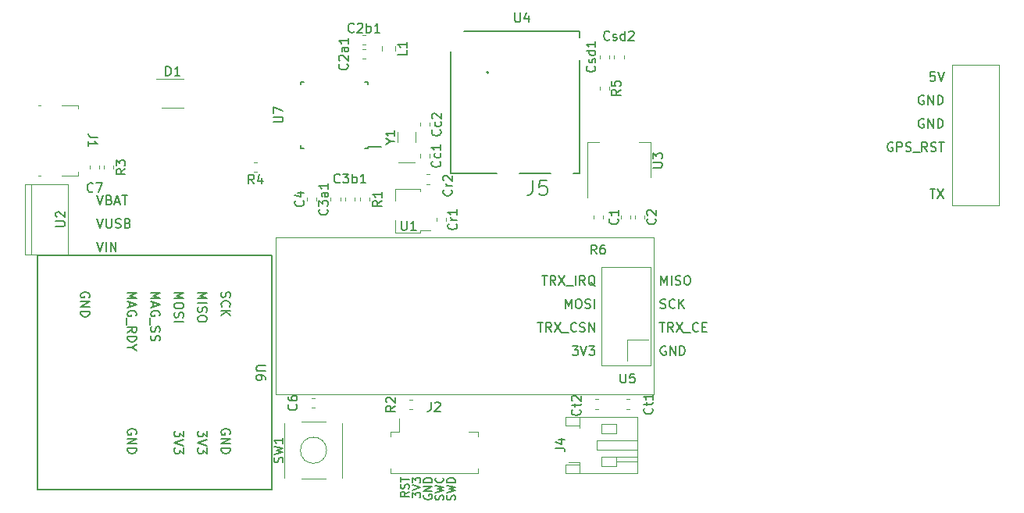
<source format=gto>
G04 #@! TF.GenerationSoftware,KiCad,Pcbnew,5.99.0-unknown-57e35c9~88~ubuntu19.10.1*
G04 #@! TF.CreationDate,2021-10-26T01:00:46-03:00*
G04 #@! TF.ProjectId,Femtosat,46656d74-6f73-4617-942e-6b696361645f,rev?*
G04 #@! TF.SameCoordinates,Original*
G04 #@! TF.FileFunction,Legend,Top*
G04 #@! TF.FilePolarity,Positive*
%FSLAX46Y46*%
G04 Gerber Fmt 4.6, Leading zero omitted, Abs format (unit mm)*
G04 Created by KiCad (PCBNEW 5.99.0-unknown-57e35c9~88~ubuntu19.10.1) date 2021-10-26 01:00:46*
%MOMM*%
%LPD*%
G01*
G04 APERTURE LIST*
%ADD10C,0.150000*%
%ADD11C,0.120000*%
%ADD12C,0.200000*%
G04 APERTURE END LIST*
D10*
X111560885Y-83356785D02*
X111603742Y-83228214D01*
X111603742Y-83013928D01*
X111560885Y-82928214D01*
X111518028Y-82885357D01*
X111432314Y-82842500D01*
X111346600Y-82842500D01*
X111260885Y-82885357D01*
X111218028Y-82928214D01*
X111175171Y-83013928D01*
X111132314Y-83185357D01*
X111089457Y-83271071D01*
X111046600Y-83313928D01*
X110960885Y-83356785D01*
X110875171Y-83356785D01*
X110789457Y-83313928D01*
X110746600Y-83271071D01*
X110703742Y-83185357D01*
X110703742Y-82971071D01*
X110746600Y-82842500D01*
X110703742Y-82542500D02*
X111603742Y-82328214D01*
X110960885Y-82156785D01*
X111603742Y-81985357D01*
X110703742Y-81771071D01*
X111603742Y-81428214D02*
X110703742Y-81428214D01*
X110703742Y-81213928D01*
X110746600Y-81085357D01*
X110832314Y-80999642D01*
X110918028Y-80956785D01*
X111089457Y-80913928D01*
X111218028Y-80913928D01*
X111389457Y-80956785D01*
X111475171Y-80999642D01*
X111560885Y-81085357D01*
X111603742Y-81213928D01*
X111603742Y-81428214D01*
X110310885Y-83356785D02*
X110353742Y-83228214D01*
X110353742Y-83013928D01*
X110310885Y-82928214D01*
X110268028Y-82885357D01*
X110182314Y-82842500D01*
X110096600Y-82842500D01*
X110010885Y-82885357D01*
X109968028Y-82928214D01*
X109925171Y-83013928D01*
X109882314Y-83185357D01*
X109839457Y-83271071D01*
X109796600Y-83313928D01*
X109710885Y-83356785D01*
X109625171Y-83356785D01*
X109539457Y-83313928D01*
X109496600Y-83271071D01*
X109453742Y-83185357D01*
X109453742Y-82971071D01*
X109496600Y-82842500D01*
X109453742Y-82542500D02*
X110353742Y-82328214D01*
X109710885Y-82156785D01*
X110353742Y-81985357D01*
X109453742Y-81771071D01*
X110268028Y-80913928D02*
X110310885Y-80956785D01*
X110353742Y-81085357D01*
X110353742Y-81171071D01*
X110310885Y-81299642D01*
X110225171Y-81385357D01*
X110139457Y-81428214D01*
X109968028Y-81471071D01*
X109839457Y-81471071D01*
X109668028Y-81428214D01*
X109582314Y-81385357D01*
X109496600Y-81299642D01*
X109453742Y-81171071D01*
X109453742Y-81085357D01*
X109496600Y-80956785D01*
X109539457Y-80913928D01*
X108246600Y-82799642D02*
X108203742Y-82885357D01*
X108203742Y-83013928D01*
X108246600Y-83142500D01*
X108332314Y-83228214D01*
X108418028Y-83271071D01*
X108589457Y-83313928D01*
X108718028Y-83313928D01*
X108889457Y-83271071D01*
X108975171Y-83228214D01*
X109060885Y-83142500D01*
X109103742Y-83013928D01*
X109103742Y-82928214D01*
X109060885Y-82799642D01*
X109018028Y-82756785D01*
X108718028Y-82756785D01*
X108718028Y-82928214D01*
X109103742Y-82371071D02*
X108203742Y-82371071D01*
X109103742Y-81856785D01*
X108203742Y-81856785D01*
X109103742Y-81428214D02*
X108203742Y-81428214D01*
X108203742Y-81213928D01*
X108246600Y-81085357D01*
X108332314Y-80999642D01*
X108418028Y-80956785D01*
X108589457Y-80913928D01*
X108718028Y-80913928D01*
X108889457Y-80956785D01*
X108975171Y-80999642D01*
X109060885Y-81085357D01*
X109103742Y-81213928D01*
X109103742Y-81428214D01*
X106953742Y-83099642D02*
X106953742Y-82542500D01*
X107296600Y-82842500D01*
X107296600Y-82713928D01*
X107339457Y-82628214D01*
X107382314Y-82585357D01*
X107468028Y-82542500D01*
X107682314Y-82542500D01*
X107768028Y-82585357D01*
X107810885Y-82628214D01*
X107853742Y-82713928D01*
X107853742Y-82971071D01*
X107810885Y-83056785D01*
X107768028Y-83099642D01*
X106953742Y-82285357D02*
X107853742Y-81985357D01*
X106953742Y-81685357D01*
X106953742Y-81471071D02*
X106953742Y-80913928D01*
X107296600Y-81213928D01*
X107296600Y-81085357D01*
X107339457Y-80999642D01*
X107382314Y-80956785D01*
X107468028Y-80913928D01*
X107682314Y-80913928D01*
X107768028Y-80956785D01*
X107810885Y-80999642D01*
X107853742Y-81085357D01*
X107853742Y-81342500D01*
X107810885Y-81428214D01*
X107768028Y-81471071D01*
X106603742Y-82456785D02*
X106175171Y-82756785D01*
X106603742Y-82971071D02*
X105703742Y-82971071D01*
X105703742Y-82628214D01*
X105746600Y-82542500D01*
X105789457Y-82499642D01*
X105875171Y-82456785D01*
X106003742Y-82456785D01*
X106089457Y-82499642D01*
X106132314Y-82542500D01*
X106175171Y-82628214D01*
X106175171Y-82971071D01*
X106560885Y-82113928D02*
X106603742Y-81985357D01*
X106603742Y-81771071D01*
X106560885Y-81685357D01*
X106518028Y-81642500D01*
X106432314Y-81599642D01*
X106346600Y-81599642D01*
X106260885Y-81642500D01*
X106218028Y-81685357D01*
X106175171Y-81771071D01*
X106132314Y-81942500D01*
X106089457Y-82028214D01*
X106046600Y-82071071D01*
X105960885Y-82113928D01*
X105875171Y-82113928D01*
X105789457Y-82071071D01*
X105746600Y-82028214D01*
X105703742Y-81942500D01*
X105703742Y-81728214D01*
X105746600Y-81599642D01*
X105703742Y-81342500D02*
X105703742Y-80828214D01*
X106603742Y-81085357D02*
X105703742Y-81085357D01*
X72792738Y-55392380D02*
X73126071Y-56392380D01*
X73459404Y-55392380D01*
X73792738Y-56392380D02*
X73792738Y-55392380D01*
X74268928Y-56392380D02*
X74268928Y-55392380D01*
X74840357Y-56392380D01*
X74840357Y-55392380D01*
X72792738Y-52852380D02*
X73126071Y-53852380D01*
X73459404Y-52852380D01*
X73792738Y-52852380D02*
X73792738Y-53661904D01*
X73840357Y-53757142D01*
X73887976Y-53804761D01*
X73983214Y-53852380D01*
X74173690Y-53852380D01*
X74268928Y-53804761D01*
X74316547Y-53757142D01*
X74364166Y-53661904D01*
X74364166Y-52852380D01*
X74792738Y-53804761D02*
X74935595Y-53852380D01*
X75173690Y-53852380D01*
X75268928Y-53804761D01*
X75316547Y-53757142D01*
X75364166Y-53661904D01*
X75364166Y-53566666D01*
X75316547Y-53471428D01*
X75268928Y-53423809D01*
X75173690Y-53376190D01*
X74983214Y-53328571D01*
X74887976Y-53280952D01*
X74840357Y-53233333D01*
X74792738Y-53138095D01*
X74792738Y-53042857D01*
X74840357Y-52947619D01*
X74887976Y-52900000D01*
X74983214Y-52852380D01*
X75221309Y-52852380D01*
X75364166Y-52900000D01*
X76126071Y-53328571D02*
X76268928Y-53376190D01*
X76316547Y-53423809D01*
X76364166Y-53519047D01*
X76364166Y-53661904D01*
X76316547Y-53757142D01*
X76268928Y-53804761D01*
X76173690Y-53852380D01*
X75792738Y-53852380D01*
X75792738Y-52852380D01*
X76126071Y-52852380D01*
X76221309Y-52900000D01*
X76268928Y-52947619D01*
X76316547Y-53042857D01*
X76316547Y-53138095D01*
X76268928Y-53233333D01*
X76221309Y-53280952D01*
X76126071Y-53328571D01*
X75792738Y-53328571D01*
X72792738Y-50312380D02*
X73126071Y-51312380D01*
X73459404Y-50312380D01*
X74126071Y-50788571D02*
X74268928Y-50836190D01*
X74316547Y-50883809D01*
X74364166Y-50979047D01*
X74364166Y-51121904D01*
X74316547Y-51217142D01*
X74268928Y-51264761D01*
X74173690Y-51312380D01*
X73792738Y-51312380D01*
X73792738Y-50312380D01*
X74126071Y-50312380D01*
X74221309Y-50360000D01*
X74268928Y-50407619D01*
X74316547Y-50502857D01*
X74316547Y-50598095D01*
X74268928Y-50693333D01*
X74221309Y-50740952D01*
X74126071Y-50788571D01*
X73792738Y-50788571D01*
X74745119Y-51026666D02*
X75221309Y-51026666D01*
X74649880Y-51312380D02*
X74983214Y-50312380D01*
X75316547Y-51312380D01*
X75507023Y-50312380D02*
X76078452Y-50312380D01*
X75792738Y-51312380D02*
X75792738Y-50312380D01*
X163073452Y-49623380D02*
X163644880Y-49623380D01*
X163359166Y-50623380D02*
X163359166Y-49623380D01*
X163882976Y-49623380D02*
X164549642Y-50623380D01*
X164549642Y-49623380D02*
X163882976Y-50623380D01*
X159025833Y-44591000D02*
X158930595Y-44543380D01*
X158787738Y-44543380D01*
X158644880Y-44591000D01*
X158549642Y-44686238D01*
X158502023Y-44781476D01*
X158454404Y-44971952D01*
X158454404Y-45114809D01*
X158502023Y-45305285D01*
X158549642Y-45400523D01*
X158644880Y-45495761D01*
X158787738Y-45543380D01*
X158882976Y-45543380D01*
X159025833Y-45495761D01*
X159073452Y-45448142D01*
X159073452Y-45114809D01*
X158882976Y-45114809D01*
X159502023Y-45543380D02*
X159502023Y-44543380D01*
X159882976Y-44543380D01*
X159978214Y-44591000D01*
X160025833Y-44638619D01*
X160073452Y-44733857D01*
X160073452Y-44876714D01*
X160025833Y-44971952D01*
X159978214Y-45019571D01*
X159882976Y-45067190D01*
X159502023Y-45067190D01*
X160454404Y-45495761D02*
X160597261Y-45543380D01*
X160835357Y-45543380D01*
X160930595Y-45495761D01*
X160978214Y-45448142D01*
X161025833Y-45352904D01*
X161025833Y-45257666D01*
X160978214Y-45162428D01*
X160930595Y-45114809D01*
X160835357Y-45067190D01*
X160644880Y-45019571D01*
X160549642Y-44971952D01*
X160502023Y-44924333D01*
X160454404Y-44829095D01*
X160454404Y-44733857D01*
X160502023Y-44638619D01*
X160549642Y-44591000D01*
X160644880Y-44543380D01*
X160882976Y-44543380D01*
X161025833Y-44591000D01*
X161216309Y-45638619D02*
X161978214Y-45638619D01*
X162787738Y-45543380D02*
X162454404Y-45067190D01*
X162216309Y-45543380D02*
X162216309Y-44543380D01*
X162597261Y-44543380D01*
X162692500Y-44591000D01*
X162740119Y-44638619D01*
X162787738Y-44733857D01*
X162787738Y-44876714D01*
X162740119Y-44971952D01*
X162692500Y-45019571D01*
X162597261Y-45067190D01*
X162216309Y-45067190D01*
X163168690Y-45495761D02*
X163311547Y-45543380D01*
X163549642Y-45543380D01*
X163644880Y-45495761D01*
X163692500Y-45448142D01*
X163740119Y-45352904D01*
X163740119Y-45257666D01*
X163692500Y-45162428D01*
X163644880Y-45114809D01*
X163549642Y-45067190D01*
X163359166Y-45019571D01*
X163263928Y-44971952D01*
X163216309Y-44924333D01*
X163168690Y-44829095D01*
X163168690Y-44733857D01*
X163216309Y-44638619D01*
X163263928Y-44591000D01*
X163359166Y-44543380D01*
X163597261Y-44543380D01*
X163740119Y-44591000D01*
X164025833Y-44543380D02*
X164597261Y-44543380D01*
X164311547Y-45543380D02*
X164311547Y-44543380D01*
X162406785Y-42051000D02*
X162311547Y-42003380D01*
X162168690Y-42003380D01*
X162025833Y-42051000D01*
X161930595Y-42146238D01*
X161882976Y-42241476D01*
X161835357Y-42431952D01*
X161835357Y-42574809D01*
X161882976Y-42765285D01*
X161930595Y-42860523D01*
X162025833Y-42955761D01*
X162168690Y-43003380D01*
X162263928Y-43003380D01*
X162406785Y-42955761D01*
X162454404Y-42908142D01*
X162454404Y-42574809D01*
X162263928Y-42574809D01*
X162882976Y-43003380D02*
X162882976Y-42003380D01*
X163454404Y-43003380D01*
X163454404Y-42003380D01*
X163930595Y-43003380D02*
X163930595Y-42003380D01*
X164168690Y-42003380D01*
X164311547Y-42051000D01*
X164406785Y-42146238D01*
X164454404Y-42241476D01*
X164502023Y-42431952D01*
X164502023Y-42574809D01*
X164454404Y-42765285D01*
X164406785Y-42860523D01*
X164311547Y-42955761D01*
X164168690Y-43003380D01*
X163930595Y-43003380D01*
X162406785Y-39511000D02*
X162311547Y-39463380D01*
X162168690Y-39463380D01*
X162025833Y-39511000D01*
X161930595Y-39606238D01*
X161882976Y-39701476D01*
X161835357Y-39891952D01*
X161835357Y-40034809D01*
X161882976Y-40225285D01*
X161930595Y-40320523D01*
X162025833Y-40415761D01*
X162168690Y-40463380D01*
X162263928Y-40463380D01*
X162406785Y-40415761D01*
X162454404Y-40368142D01*
X162454404Y-40034809D01*
X162263928Y-40034809D01*
X162882976Y-40463380D02*
X162882976Y-39463380D01*
X163454404Y-40463380D01*
X163454404Y-39463380D01*
X163930595Y-40463380D02*
X163930595Y-39463380D01*
X164168690Y-39463380D01*
X164311547Y-39511000D01*
X164406785Y-39606238D01*
X164454404Y-39701476D01*
X164502023Y-39891952D01*
X164502023Y-40034809D01*
X164454404Y-40225285D01*
X164406785Y-40320523D01*
X164311547Y-40415761D01*
X164168690Y-40463380D01*
X163930595Y-40463380D01*
X163597261Y-36923380D02*
X163121071Y-36923380D01*
X163073452Y-37399571D01*
X163121071Y-37351952D01*
X163216309Y-37304333D01*
X163454404Y-37304333D01*
X163549642Y-37351952D01*
X163597261Y-37399571D01*
X163644880Y-37494809D01*
X163644880Y-37732904D01*
X163597261Y-37828142D01*
X163549642Y-37875761D01*
X163454404Y-37923380D01*
X163216309Y-37923380D01*
X163121071Y-37875761D01*
X163073452Y-37828142D01*
X163930595Y-36923380D02*
X164263928Y-37923380D01*
X164597261Y-36923380D01*
X77030200Y-76206785D02*
X77077819Y-76111547D01*
X77077819Y-75968690D01*
X77030200Y-75825833D01*
X76934961Y-75730595D01*
X76839723Y-75682976D01*
X76649247Y-75635357D01*
X76506390Y-75635357D01*
X76315914Y-75682976D01*
X76220676Y-75730595D01*
X76125438Y-75825833D01*
X76077819Y-75968690D01*
X76077819Y-76063928D01*
X76125438Y-76206785D01*
X76173057Y-76254404D01*
X76506390Y-76254404D01*
X76506390Y-76063928D01*
X76077819Y-76682976D02*
X77077819Y-76682976D01*
X76077819Y-77254404D01*
X77077819Y-77254404D01*
X76077819Y-77730595D02*
X77077819Y-77730595D01*
X77077819Y-77968690D01*
X77030200Y-78111547D01*
X76934961Y-78206785D01*
X76839723Y-78254404D01*
X76649247Y-78302023D01*
X76506390Y-78302023D01*
X76315914Y-78254404D01*
X76220676Y-78206785D01*
X76125438Y-78111547D01*
X76077819Y-77968690D01*
X76077819Y-77730595D01*
X82157819Y-75873452D02*
X82157819Y-76492500D01*
X81776866Y-76159166D01*
X81776866Y-76302023D01*
X81729247Y-76397261D01*
X81681628Y-76444880D01*
X81586390Y-76492500D01*
X81348295Y-76492500D01*
X81253057Y-76444880D01*
X81205438Y-76397261D01*
X81157819Y-76302023D01*
X81157819Y-76016309D01*
X81205438Y-75921071D01*
X81253057Y-75873452D01*
X82157819Y-76778214D02*
X81157819Y-77111547D01*
X82157819Y-77444880D01*
X82157819Y-77682976D02*
X82157819Y-78302023D01*
X81776866Y-77968690D01*
X81776866Y-78111547D01*
X81729247Y-78206785D01*
X81681628Y-78254404D01*
X81586390Y-78302023D01*
X81348295Y-78302023D01*
X81253057Y-78254404D01*
X81205438Y-78206785D01*
X81157819Y-78111547D01*
X81157819Y-77825833D01*
X81205438Y-77730595D01*
X81253057Y-77682976D01*
X84697819Y-75873452D02*
X84697819Y-76492500D01*
X84316866Y-76159166D01*
X84316866Y-76302023D01*
X84269247Y-76397261D01*
X84221628Y-76444880D01*
X84126390Y-76492500D01*
X83888295Y-76492500D01*
X83793057Y-76444880D01*
X83745438Y-76397261D01*
X83697819Y-76302023D01*
X83697819Y-76016309D01*
X83745438Y-75921071D01*
X83793057Y-75873452D01*
X84697819Y-76778214D02*
X83697819Y-77111547D01*
X84697819Y-77444880D01*
X84697819Y-77682976D02*
X84697819Y-78302023D01*
X84316866Y-77968690D01*
X84316866Y-78111547D01*
X84269247Y-78206785D01*
X84221628Y-78254404D01*
X84126390Y-78302023D01*
X83888295Y-78302023D01*
X83793057Y-78254404D01*
X83745438Y-78206785D01*
X83697819Y-78111547D01*
X83697819Y-77825833D01*
X83745438Y-77730595D01*
X83793057Y-77682976D01*
X87190200Y-76206785D02*
X87237819Y-76111547D01*
X87237819Y-75968690D01*
X87190200Y-75825833D01*
X87094961Y-75730595D01*
X86999723Y-75682976D01*
X86809247Y-75635357D01*
X86666390Y-75635357D01*
X86475914Y-75682976D01*
X86380676Y-75730595D01*
X86285438Y-75825833D01*
X86237819Y-75968690D01*
X86237819Y-76063928D01*
X86285438Y-76206785D01*
X86333057Y-76254404D01*
X86666390Y-76254404D01*
X86666390Y-76063928D01*
X86237819Y-76682976D02*
X87237819Y-76682976D01*
X86237819Y-77254404D01*
X87237819Y-77254404D01*
X86237819Y-77730595D02*
X87237819Y-77730595D01*
X87237819Y-77968690D01*
X87190200Y-78111547D01*
X87094961Y-78206785D01*
X86999723Y-78254404D01*
X86809247Y-78302023D01*
X86666390Y-78302023D01*
X86475914Y-78254404D01*
X86380676Y-78206785D01*
X86285438Y-78111547D01*
X86237819Y-77968690D01*
X86237819Y-77730595D01*
X71950200Y-61369404D02*
X71997819Y-61274166D01*
X71997819Y-61131309D01*
X71950200Y-60988452D01*
X71854961Y-60893214D01*
X71759723Y-60845595D01*
X71569247Y-60797976D01*
X71426390Y-60797976D01*
X71235914Y-60845595D01*
X71140676Y-60893214D01*
X71045438Y-60988452D01*
X70997819Y-61131309D01*
X70997819Y-61226547D01*
X71045438Y-61369404D01*
X71093057Y-61417023D01*
X71426390Y-61417023D01*
X71426390Y-61226547D01*
X70997819Y-61845595D02*
X71997819Y-61845595D01*
X70997819Y-62417023D01*
X71997819Y-62417023D01*
X70997819Y-62893214D02*
X71997819Y-62893214D01*
X71997819Y-63131309D01*
X71950200Y-63274166D01*
X71854961Y-63369404D01*
X71759723Y-63417023D01*
X71569247Y-63464642D01*
X71426390Y-63464642D01*
X71235914Y-63417023D01*
X71140676Y-63369404D01*
X71045438Y-63274166D01*
X70997819Y-63131309D01*
X70997819Y-62893214D01*
X76077819Y-60845595D02*
X77077819Y-60845595D01*
X76363533Y-61178928D01*
X77077819Y-61512261D01*
X76077819Y-61512261D01*
X76363533Y-61940833D02*
X76363533Y-62417023D01*
X76077819Y-61845595D02*
X77077819Y-62178928D01*
X76077819Y-62512261D01*
X77030200Y-63369404D02*
X77077819Y-63274166D01*
X77077819Y-63131309D01*
X77030200Y-62988452D01*
X76934961Y-62893214D01*
X76839723Y-62845595D01*
X76649247Y-62797976D01*
X76506390Y-62797976D01*
X76315914Y-62845595D01*
X76220676Y-62893214D01*
X76125438Y-62988452D01*
X76077819Y-63131309D01*
X76077819Y-63226547D01*
X76125438Y-63369404D01*
X76173057Y-63417023D01*
X76506390Y-63417023D01*
X76506390Y-63226547D01*
X75982580Y-63607500D02*
X75982580Y-64369404D01*
X76077819Y-65178928D02*
X76554009Y-64845595D01*
X76077819Y-64607500D02*
X77077819Y-64607500D01*
X77077819Y-64988452D01*
X77030200Y-65083690D01*
X76982580Y-65131309D01*
X76887342Y-65178928D01*
X76744485Y-65178928D01*
X76649247Y-65131309D01*
X76601628Y-65083690D01*
X76554009Y-64988452D01*
X76554009Y-64607500D01*
X76077819Y-65607500D02*
X77077819Y-65607500D01*
X77077819Y-65845595D01*
X77030200Y-65988452D01*
X76934961Y-66083690D01*
X76839723Y-66131309D01*
X76649247Y-66178928D01*
X76506390Y-66178928D01*
X76315914Y-66131309D01*
X76220676Y-66083690D01*
X76125438Y-65988452D01*
X76077819Y-65845595D01*
X76077819Y-65607500D01*
X76554009Y-66797976D02*
X76077819Y-66797976D01*
X77077819Y-66464642D02*
X76554009Y-66797976D01*
X77077819Y-67131309D01*
X78617819Y-60845595D02*
X79617819Y-60845595D01*
X78903533Y-61178928D01*
X79617819Y-61512261D01*
X78617819Y-61512261D01*
X78903533Y-61940833D02*
X78903533Y-62417023D01*
X78617819Y-61845595D02*
X79617819Y-62178928D01*
X78617819Y-62512261D01*
X79570200Y-63369404D02*
X79617819Y-63274166D01*
X79617819Y-63131309D01*
X79570200Y-62988452D01*
X79474961Y-62893214D01*
X79379723Y-62845595D01*
X79189247Y-62797976D01*
X79046390Y-62797976D01*
X78855914Y-62845595D01*
X78760676Y-62893214D01*
X78665438Y-62988452D01*
X78617819Y-63131309D01*
X78617819Y-63226547D01*
X78665438Y-63369404D01*
X78713057Y-63417023D01*
X79046390Y-63417023D01*
X79046390Y-63226547D01*
X78522580Y-63607500D02*
X78522580Y-64369404D01*
X78665438Y-64559880D02*
X78617819Y-64702738D01*
X78617819Y-64940833D01*
X78665438Y-65036071D01*
X78713057Y-65083690D01*
X78808295Y-65131309D01*
X78903533Y-65131309D01*
X78998771Y-65083690D01*
X79046390Y-65036071D01*
X79094009Y-64940833D01*
X79141628Y-64750357D01*
X79189247Y-64655119D01*
X79236866Y-64607500D01*
X79332104Y-64559880D01*
X79427342Y-64559880D01*
X79522580Y-64607500D01*
X79570200Y-64655119D01*
X79617819Y-64750357D01*
X79617819Y-64988452D01*
X79570200Y-65131309D01*
X78665438Y-65512261D02*
X78617819Y-65655119D01*
X78617819Y-65893214D01*
X78665438Y-65988452D01*
X78713057Y-66036071D01*
X78808295Y-66083690D01*
X78903533Y-66083690D01*
X78998771Y-66036071D01*
X79046390Y-65988452D01*
X79094009Y-65893214D01*
X79141628Y-65702738D01*
X79189247Y-65607500D01*
X79236866Y-65559880D01*
X79332104Y-65512261D01*
X79427342Y-65512261D01*
X79522580Y-65559880D01*
X79570200Y-65607500D01*
X79617819Y-65702738D01*
X79617819Y-65940833D01*
X79570200Y-66083690D01*
X81157819Y-60845595D02*
X82157819Y-60845595D01*
X81443533Y-61178928D01*
X82157819Y-61512261D01*
X81157819Y-61512261D01*
X82157819Y-62178928D02*
X82157819Y-62369404D01*
X82110200Y-62464642D01*
X82014961Y-62559880D01*
X81824485Y-62607500D01*
X81491152Y-62607500D01*
X81300676Y-62559880D01*
X81205438Y-62464642D01*
X81157819Y-62369404D01*
X81157819Y-62178928D01*
X81205438Y-62083690D01*
X81300676Y-61988452D01*
X81491152Y-61940833D01*
X81824485Y-61940833D01*
X82014961Y-61988452D01*
X82110200Y-62083690D01*
X82157819Y-62178928D01*
X81205438Y-62988452D02*
X81157819Y-63131309D01*
X81157819Y-63369404D01*
X81205438Y-63464642D01*
X81253057Y-63512261D01*
X81348295Y-63559880D01*
X81443533Y-63559880D01*
X81538771Y-63512261D01*
X81586390Y-63464642D01*
X81634009Y-63369404D01*
X81681628Y-63178928D01*
X81729247Y-63083690D01*
X81776866Y-63036071D01*
X81872104Y-62988452D01*
X81967342Y-62988452D01*
X82062580Y-63036071D01*
X82110200Y-63083690D01*
X82157819Y-63178928D01*
X82157819Y-63417023D01*
X82110200Y-63559880D01*
X81157819Y-63988452D02*
X82157819Y-63988452D01*
X83697819Y-60845595D02*
X84697819Y-60845595D01*
X83983533Y-61178928D01*
X84697819Y-61512261D01*
X83697819Y-61512261D01*
X83697819Y-61988452D02*
X84697819Y-61988452D01*
X83745438Y-62417023D02*
X83697819Y-62559880D01*
X83697819Y-62797976D01*
X83745438Y-62893214D01*
X83793057Y-62940833D01*
X83888295Y-62988452D01*
X83983533Y-62988452D01*
X84078771Y-62940833D01*
X84126390Y-62893214D01*
X84174009Y-62797976D01*
X84221628Y-62607500D01*
X84269247Y-62512261D01*
X84316866Y-62464642D01*
X84412104Y-62417023D01*
X84507342Y-62417023D01*
X84602580Y-62464642D01*
X84650200Y-62512261D01*
X84697819Y-62607500D01*
X84697819Y-62845595D01*
X84650200Y-62988452D01*
X84697819Y-63607500D02*
X84697819Y-63797976D01*
X84650200Y-63893214D01*
X84554961Y-63988452D01*
X84364485Y-64036071D01*
X84031152Y-64036071D01*
X83840676Y-63988452D01*
X83745438Y-63893214D01*
X83697819Y-63797976D01*
X83697819Y-63607500D01*
X83745438Y-63512261D01*
X83840676Y-63417023D01*
X84031152Y-63369404D01*
X84364485Y-63369404D01*
X84554961Y-63417023D01*
X84650200Y-63512261D01*
X84697819Y-63607500D01*
X86285438Y-60797976D02*
X86237819Y-60940833D01*
X86237819Y-61178928D01*
X86285438Y-61274166D01*
X86333057Y-61321785D01*
X86428295Y-61369404D01*
X86523533Y-61369404D01*
X86618771Y-61321785D01*
X86666390Y-61274166D01*
X86714009Y-61178928D01*
X86761628Y-60988452D01*
X86809247Y-60893214D01*
X86856866Y-60845595D01*
X86952104Y-60797976D01*
X87047342Y-60797976D01*
X87142580Y-60845595D01*
X87190200Y-60893214D01*
X87237819Y-60988452D01*
X87237819Y-61226547D01*
X87190200Y-61369404D01*
X86333057Y-62369404D02*
X86285438Y-62321785D01*
X86237819Y-62178928D01*
X86237819Y-62083690D01*
X86285438Y-61940833D01*
X86380676Y-61845595D01*
X86475914Y-61797976D01*
X86666390Y-61750357D01*
X86809247Y-61750357D01*
X86999723Y-61797976D01*
X87094961Y-61845595D01*
X87190200Y-61940833D01*
X87237819Y-62083690D01*
X87237819Y-62178928D01*
X87190200Y-62321785D01*
X87142580Y-62369404D01*
X86237819Y-62797976D02*
X87237819Y-62797976D01*
X86237819Y-63369404D02*
X86809247Y-62940833D01*
X87237819Y-63369404D02*
X86666390Y-62797976D01*
X124315452Y-66660780D02*
X124934500Y-66660780D01*
X124601166Y-67041733D01*
X124744023Y-67041733D01*
X124839261Y-67089352D01*
X124886880Y-67136971D01*
X124934500Y-67232209D01*
X124934500Y-67470304D01*
X124886880Y-67565542D01*
X124839261Y-67613161D01*
X124744023Y-67660780D01*
X124458309Y-67660780D01*
X124363071Y-67613161D01*
X124315452Y-67565542D01*
X125220214Y-66660780D02*
X125553547Y-67660780D01*
X125886880Y-66660780D01*
X126124976Y-66660780D02*
X126744023Y-66660780D01*
X126410690Y-67041733D01*
X126553547Y-67041733D01*
X126648785Y-67089352D01*
X126696404Y-67136971D01*
X126744023Y-67232209D01*
X126744023Y-67470304D01*
X126696404Y-67565542D01*
X126648785Y-67613161D01*
X126553547Y-67660780D01*
X126267833Y-67660780D01*
X126172595Y-67613161D01*
X126124976Y-67565542D01*
X120553547Y-64120780D02*
X121124976Y-64120780D01*
X120839261Y-65120780D02*
X120839261Y-64120780D01*
X122029738Y-65120780D02*
X121696404Y-64644590D01*
X121458309Y-65120780D02*
X121458309Y-64120780D01*
X121839261Y-64120780D01*
X121934500Y-64168400D01*
X121982119Y-64216019D01*
X122029738Y-64311257D01*
X122029738Y-64454114D01*
X121982119Y-64549352D01*
X121934500Y-64596971D01*
X121839261Y-64644590D01*
X121458309Y-64644590D01*
X122363071Y-64120780D02*
X123029738Y-65120780D01*
X123029738Y-64120780D02*
X122363071Y-65120780D01*
X123172595Y-65216019D02*
X123934500Y-65216019D01*
X124744023Y-65025542D02*
X124696404Y-65073161D01*
X124553547Y-65120780D01*
X124458309Y-65120780D01*
X124315452Y-65073161D01*
X124220214Y-64977923D01*
X124172595Y-64882685D01*
X124124976Y-64692209D01*
X124124976Y-64549352D01*
X124172595Y-64358876D01*
X124220214Y-64263638D01*
X124315452Y-64168400D01*
X124458309Y-64120780D01*
X124553547Y-64120780D01*
X124696404Y-64168400D01*
X124744023Y-64216019D01*
X125124976Y-65073161D02*
X125267833Y-65120780D01*
X125505928Y-65120780D01*
X125601166Y-65073161D01*
X125648785Y-65025542D01*
X125696404Y-64930304D01*
X125696404Y-64835066D01*
X125648785Y-64739828D01*
X125601166Y-64692209D01*
X125505928Y-64644590D01*
X125315452Y-64596971D01*
X125220214Y-64549352D01*
X125172595Y-64501733D01*
X125124976Y-64406495D01*
X125124976Y-64311257D01*
X125172595Y-64216019D01*
X125220214Y-64168400D01*
X125315452Y-64120780D01*
X125553547Y-64120780D01*
X125696404Y-64168400D01*
X126124976Y-65120780D02*
X126124976Y-64120780D01*
X126696404Y-65120780D01*
X126696404Y-64120780D01*
X123553547Y-62580780D02*
X123553547Y-61580780D01*
X123886880Y-62295066D01*
X124220214Y-61580780D01*
X124220214Y-62580780D01*
X124886880Y-61580780D02*
X125077357Y-61580780D01*
X125172595Y-61628400D01*
X125267833Y-61723638D01*
X125315452Y-61914114D01*
X125315452Y-62247447D01*
X125267833Y-62437923D01*
X125172595Y-62533161D01*
X125077357Y-62580780D01*
X124886880Y-62580780D01*
X124791642Y-62533161D01*
X124696404Y-62437923D01*
X124648785Y-62247447D01*
X124648785Y-61914114D01*
X124696404Y-61723638D01*
X124791642Y-61628400D01*
X124886880Y-61580780D01*
X125696404Y-62533161D02*
X125839261Y-62580780D01*
X126077357Y-62580780D01*
X126172595Y-62533161D01*
X126220214Y-62485542D01*
X126267833Y-62390304D01*
X126267833Y-62295066D01*
X126220214Y-62199828D01*
X126172595Y-62152209D01*
X126077357Y-62104590D01*
X125886880Y-62056971D01*
X125791642Y-62009352D01*
X125744023Y-61961733D01*
X125696404Y-61866495D01*
X125696404Y-61771257D01*
X125744023Y-61676019D01*
X125791642Y-61628400D01*
X125886880Y-61580780D01*
X126124976Y-61580780D01*
X126267833Y-61628400D01*
X126696404Y-62580780D02*
X126696404Y-61580780D01*
X121029738Y-59040780D02*
X121601166Y-59040780D01*
X121315452Y-60040780D02*
X121315452Y-59040780D01*
X122505928Y-60040780D02*
X122172595Y-59564590D01*
X121934500Y-60040780D02*
X121934500Y-59040780D01*
X122315452Y-59040780D01*
X122410690Y-59088400D01*
X122458309Y-59136019D01*
X122505928Y-59231257D01*
X122505928Y-59374114D01*
X122458309Y-59469352D01*
X122410690Y-59516971D01*
X122315452Y-59564590D01*
X121934500Y-59564590D01*
X122839261Y-59040780D02*
X123505928Y-60040780D01*
X123505928Y-59040780D02*
X122839261Y-60040780D01*
X123648785Y-60136019D02*
X124410690Y-60136019D01*
X124648785Y-60040780D02*
X124648785Y-59040780D01*
X125696404Y-60040780D02*
X125363071Y-59564590D01*
X125124976Y-60040780D02*
X125124976Y-59040780D01*
X125505928Y-59040780D01*
X125601166Y-59088400D01*
X125648785Y-59136019D01*
X125696404Y-59231257D01*
X125696404Y-59374114D01*
X125648785Y-59469352D01*
X125601166Y-59516971D01*
X125505928Y-59564590D01*
X125124976Y-59564590D01*
X126791642Y-60136019D02*
X126696404Y-60088400D01*
X126601166Y-59993161D01*
X126458309Y-59850304D01*
X126363071Y-59802685D01*
X126267833Y-59802685D01*
X126315452Y-60040780D02*
X126220214Y-59993161D01*
X126124976Y-59897923D01*
X126077357Y-59707447D01*
X126077357Y-59374114D01*
X126124976Y-59183638D01*
X126220214Y-59088400D01*
X126315452Y-59040780D01*
X126505928Y-59040780D01*
X126601166Y-59088400D01*
X126696404Y-59183638D01*
X126744023Y-59374114D01*
X126744023Y-59707447D01*
X126696404Y-59897923D01*
X126601166Y-59993161D01*
X126505928Y-60040780D01*
X126315452Y-60040780D01*
X134431404Y-66708400D02*
X134336166Y-66660780D01*
X134193309Y-66660780D01*
X134050452Y-66708400D01*
X133955214Y-66803638D01*
X133907595Y-66898876D01*
X133859976Y-67089352D01*
X133859976Y-67232209D01*
X133907595Y-67422685D01*
X133955214Y-67517923D01*
X134050452Y-67613161D01*
X134193309Y-67660780D01*
X134288547Y-67660780D01*
X134431404Y-67613161D01*
X134479023Y-67565542D01*
X134479023Y-67232209D01*
X134288547Y-67232209D01*
X134907595Y-67660780D02*
X134907595Y-66660780D01*
X135479023Y-67660780D01*
X135479023Y-66660780D01*
X135955214Y-67660780D02*
X135955214Y-66660780D01*
X136193309Y-66660780D01*
X136336166Y-66708400D01*
X136431404Y-66803638D01*
X136479023Y-66898876D01*
X136526642Y-67089352D01*
X136526642Y-67232209D01*
X136479023Y-67422685D01*
X136431404Y-67517923D01*
X136336166Y-67613161D01*
X136193309Y-67660780D01*
X135955214Y-67660780D01*
X133764738Y-64120780D02*
X134336166Y-64120780D01*
X134050452Y-65120780D02*
X134050452Y-64120780D01*
X135240928Y-65120780D02*
X134907595Y-64644590D01*
X134669500Y-65120780D02*
X134669500Y-64120780D01*
X135050452Y-64120780D01*
X135145690Y-64168400D01*
X135193309Y-64216019D01*
X135240928Y-64311257D01*
X135240928Y-64454114D01*
X135193309Y-64549352D01*
X135145690Y-64596971D01*
X135050452Y-64644590D01*
X134669500Y-64644590D01*
X135574261Y-64120780D02*
X136240928Y-65120780D01*
X136240928Y-64120780D02*
X135574261Y-65120780D01*
X136383785Y-65216019D02*
X137145690Y-65216019D01*
X137955214Y-65025542D02*
X137907595Y-65073161D01*
X137764738Y-65120780D01*
X137669500Y-65120780D01*
X137526642Y-65073161D01*
X137431404Y-64977923D01*
X137383785Y-64882685D01*
X137336166Y-64692209D01*
X137336166Y-64549352D01*
X137383785Y-64358876D01*
X137431404Y-64263638D01*
X137526642Y-64168400D01*
X137669500Y-64120780D01*
X137764738Y-64120780D01*
X137907595Y-64168400D01*
X137955214Y-64216019D01*
X138383785Y-64596971D02*
X138717119Y-64596971D01*
X138859976Y-65120780D02*
X138383785Y-65120780D01*
X138383785Y-64120780D01*
X138859976Y-64120780D01*
X133859976Y-62533161D02*
X134002833Y-62580780D01*
X134240928Y-62580780D01*
X134336166Y-62533161D01*
X134383785Y-62485542D01*
X134431404Y-62390304D01*
X134431404Y-62295066D01*
X134383785Y-62199828D01*
X134336166Y-62152209D01*
X134240928Y-62104590D01*
X134050452Y-62056971D01*
X133955214Y-62009352D01*
X133907595Y-61961733D01*
X133859976Y-61866495D01*
X133859976Y-61771257D01*
X133907595Y-61676019D01*
X133955214Y-61628400D01*
X134050452Y-61580780D01*
X134288547Y-61580780D01*
X134431404Y-61628400D01*
X135431404Y-62485542D02*
X135383785Y-62533161D01*
X135240928Y-62580780D01*
X135145690Y-62580780D01*
X135002833Y-62533161D01*
X134907595Y-62437923D01*
X134859976Y-62342685D01*
X134812357Y-62152209D01*
X134812357Y-62009352D01*
X134859976Y-61818876D01*
X134907595Y-61723638D01*
X135002833Y-61628400D01*
X135145690Y-61580780D01*
X135240928Y-61580780D01*
X135383785Y-61628400D01*
X135431404Y-61676019D01*
X135859976Y-62580780D02*
X135859976Y-61580780D01*
X136431404Y-62580780D02*
X136002833Y-62009352D01*
X136431404Y-61580780D02*
X135859976Y-62152209D01*
X133907595Y-60040780D02*
X133907595Y-59040780D01*
X134240928Y-59755066D01*
X134574261Y-59040780D01*
X134574261Y-60040780D01*
X135050452Y-60040780D02*
X135050452Y-59040780D01*
X135479023Y-59993161D02*
X135621880Y-60040780D01*
X135859976Y-60040780D01*
X135955214Y-59993161D01*
X136002833Y-59945542D01*
X136050452Y-59850304D01*
X136050452Y-59755066D01*
X136002833Y-59659828D01*
X135955214Y-59612209D01*
X135859976Y-59564590D01*
X135669500Y-59516971D01*
X135574261Y-59469352D01*
X135526642Y-59421733D01*
X135479023Y-59326495D01*
X135479023Y-59231257D01*
X135526642Y-59136019D01*
X135574261Y-59088400D01*
X135669500Y-59040780D01*
X135907595Y-59040780D01*
X136050452Y-59088400D01*
X136669500Y-59040780D02*
X136859976Y-59040780D01*
X136955214Y-59088400D01*
X137050452Y-59183638D01*
X137098071Y-59374114D01*
X137098071Y-59707447D01*
X137050452Y-59897923D01*
X136955214Y-59993161D01*
X136859976Y-60040780D01*
X136669500Y-60040780D01*
X136574261Y-59993161D01*
X136479023Y-59897923D01*
X136431404Y-59707447D01*
X136431404Y-59374114D01*
X136479023Y-59183638D01*
X136574261Y-59088400D01*
X136669500Y-59040780D01*
X118098095Y-30522380D02*
X118098095Y-31331904D01*
X118145714Y-31427142D01*
X118193333Y-31474761D01*
X118288571Y-31522380D01*
X118479047Y-31522380D01*
X118574285Y-31474761D01*
X118621904Y-31427142D01*
X118669523Y-31331904D01*
X118669523Y-30522380D01*
X119574285Y-30855714D02*
X119574285Y-31522380D01*
X119336190Y-30474761D02*
X119098095Y-31189047D01*
X119717142Y-31189047D01*
X120023108Y-48677995D02*
X120023108Y-49821471D01*
X119946876Y-50050166D01*
X119794412Y-50202629D01*
X119565717Y-50278861D01*
X119413254Y-50278861D01*
X121547742Y-48677995D02*
X120785425Y-48677995D01*
X120709193Y-49440312D01*
X120785425Y-49364080D01*
X120937888Y-49287849D01*
X121319047Y-49287849D01*
X121471510Y-49364080D01*
X121547742Y-49440312D01*
X121623974Y-49592775D01*
X121623974Y-49973934D01*
X121547742Y-50126397D01*
X121471510Y-50202629D01*
X121319047Y-50278861D01*
X120937888Y-50278861D01*
X120785425Y-50202629D01*
X120709193Y-50126397D01*
X104586090Y-44492090D02*
X105062280Y-44492090D01*
X104062280Y-44825423D02*
X104586090Y-44492090D01*
X104062280Y-44158757D01*
X105062280Y-43301614D02*
X105062280Y-43873042D01*
X105062280Y-43587328D02*
X104062280Y-43587328D01*
X104205138Y-43682566D01*
X104300376Y-43777804D01*
X104347995Y-43873042D01*
X91946480Y-42364804D02*
X92756004Y-42364804D01*
X92851242Y-42317185D01*
X92898861Y-42269566D01*
X92946480Y-42174328D01*
X92946480Y-41983852D01*
X92898861Y-41888614D01*
X92851242Y-41840995D01*
X92756004Y-41793376D01*
X91946480Y-41793376D01*
X91946480Y-41412423D02*
X91946480Y-40745757D01*
X92946480Y-41174328D01*
X91047819Y-68788095D02*
X90238295Y-68788095D01*
X90143057Y-68835714D01*
X90095438Y-68883333D01*
X90047819Y-68978571D01*
X90047819Y-69169047D01*
X90095438Y-69264285D01*
X90143057Y-69311904D01*
X90238295Y-69359523D01*
X91047819Y-69359523D01*
X91047819Y-70264285D02*
X91047819Y-70073809D01*
X91000200Y-69978571D01*
X90952580Y-69930952D01*
X90809723Y-69835714D01*
X90619247Y-69788095D01*
X90238295Y-69788095D01*
X90143057Y-69835714D01*
X90095438Y-69883333D01*
X90047819Y-69978571D01*
X90047819Y-70169047D01*
X90095438Y-70264285D01*
X90143057Y-70311904D01*
X90238295Y-70359523D01*
X90476390Y-70359523D01*
X90571628Y-70311904D01*
X90619247Y-70264285D01*
X90666866Y-70169047D01*
X90666866Y-69978571D01*
X90619247Y-69883333D01*
X90571628Y-69835714D01*
X90476390Y-69788095D01*
X129540095Y-69660780D02*
X129540095Y-70470304D01*
X129587714Y-70565542D01*
X129635333Y-70613161D01*
X129730571Y-70660780D01*
X129921047Y-70660780D01*
X130016285Y-70613161D01*
X130063904Y-70565542D01*
X130111523Y-70470304D01*
X130111523Y-69660780D01*
X131063904Y-69660780D02*
X130587714Y-69660780D01*
X130540095Y-70136971D01*
X130587714Y-70089352D01*
X130682952Y-70041733D01*
X130921047Y-70041733D01*
X131016285Y-70089352D01*
X131063904Y-70136971D01*
X131111523Y-70232209D01*
X131111523Y-70470304D01*
X131063904Y-70565542D01*
X131016285Y-70613161D01*
X130921047Y-70660780D01*
X130682952Y-70660780D01*
X130587714Y-70613161D01*
X130540095Y-70565542D01*
X133056380Y-47294704D02*
X133865904Y-47294704D01*
X133961142Y-47247085D01*
X134008761Y-47199466D01*
X134056380Y-47104228D01*
X134056380Y-46913752D01*
X134008761Y-46818514D01*
X133961142Y-46770895D01*
X133865904Y-46723276D01*
X133056380Y-46723276D01*
X133056380Y-46342323D02*
X133056380Y-45723276D01*
X133437333Y-46056609D01*
X133437333Y-45913752D01*
X133484952Y-45818514D01*
X133532571Y-45770895D01*
X133627809Y-45723276D01*
X133865904Y-45723276D01*
X133961142Y-45770895D01*
X134008761Y-45818514D01*
X134056380Y-45913752D01*
X134056380Y-46199466D01*
X134008761Y-46294704D01*
X133961142Y-46342323D01*
X68319580Y-53661104D02*
X69129104Y-53661104D01*
X69224342Y-53613485D01*
X69271961Y-53565866D01*
X69319580Y-53470628D01*
X69319580Y-53280152D01*
X69271961Y-53184914D01*
X69224342Y-53137295D01*
X69129104Y-53089676D01*
X68319580Y-53089676D01*
X68414819Y-52661104D02*
X68367200Y-52613485D01*
X68319580Y-52518247D01*
X68319580Y-52280152D01*
X68367200Y-52184914D01*
X68414819Y-52137295D01*
X68510057Y-52089676D01*
X68605295Y-52089676D01*
X68748152Y-52137295D01*
X69319580Y-52708723D01*
X69319580Y-52089676D01*
X105791095Y-53097180D02*
X105791095Y-53906704D01*
X105838714Y-54001942D01*
X105886333Y-54049561D01*
X105981571Y-54097180D01*
X106172047Y-54097180D01*
X106267285Y-54049561D01*
X106314904Y-54001942D01*
X106362523Y-53906704D01*
X106362523Y-53097180D01*
X107362523Y-54097180D02*
X106791095Y-54097180D01*
X107076809Y-54097180D02*
X107076809Y-53097180D01*
X106981571Y-53240038D01*
X106886333Y-53335276D01*
X106791095Y-53382895D01*
X92911561Y-79287133D02*
X92959180Y-79144276D01*
X92959180Y-78906180D01*
X92911561Y-78810942D01*
X92863942Y-78763323D01*
X92768704Y-78715704D01*
X92673466Y-78715704D01*
X92578228Y-78763323D01*
X92530609Y-78810942D01*
X92482990Y-78906180D01*
X92435371Y-79096657D01*
X92387752Y-79191895D01*
X92340133Y-79239514D01*
X92244895Y-79287133D01*
X92149657Y-79287133D01*
X92054419Y-79239514D01*
X92006800Y-79191895D01*
X91959180Y-79096657D01*
X91959180Y-78858561D01*
X92006800Y-78715704D01*
X91959180Y-78382371D02*
X92959180Y-78144276D01*
X92244895Y-77953800D01*
X92959180Y-77763323D01*
X91959180Y-77525228D01*
X92959180Y-76620466D02*
X92959180Y-77191895D01*
X92959180Y-76906180D02*
X91959180Y-76906180D01*
X92102038Y-77001419D01*
X92197276Y-77096657D01*
X92244895Y-77191895D01*
X126934933Y-56687980D02*
X126601600Y-56211790D01*
X126363504Y-56687980D02*
X126363504Y-55687980D01*
X126744457Y-55687980D01*
X126839695Y-55735600D01*
X126887314Y-55783219D01*
X126934933Y-55878457D01*
X126934933Y-56021314D01*
X126887314Y-56116552D01*
X126839695Y-56164171D01*
X126744457Y-56211790D01*
X126363504Y-56211790D01*
X127792076Y-55687980D02*
X127601600Y-55687980D01*
X127506361Y-55735600D01*
X127458742Y-55783219D01*
X127363504Y-55926076D01*
X127315885Y-56116552D01*
X127315885Y-56497504D01*
X127363504Y-56592742D01*
X127411123Y-56640361D01*
X127506361Y-56687980D01*
X127696838Y-56687980D01*
X127792076Y-56640361D01*
X127839695Y-56592742D01*
X127887314Y-56497504D01*
X127887314Y-56259409D01*
X127839695Y-56164171D01*
X127792076Y-56116552D01*
X127696838Y-56068933D01*
X127506361Y-56068933D01*
X127411123Y-56116552D01*
X127363504Y-56164171D01*
X127315885Y-56259409D01*
X129547880Y-38852166D02*
X129071690Y-39185500D01*
X129547880Y-39423595D02*
X128547880Y-39423595D01*
X128547880Y-39042642D01*
X128595500Y-38947404D01*
X128643119Y-38899785D01*
X128738357Y-38852166D01*
X128881214Y-38852166D01*
X128976452Y-38899785D01*
X129024071Y-38947404D01*
X129071690Y-39042642D01*
X129071690Y-39423595D01*
X128547880Y-37947404D02*
X128547880Y-38423595D01*
X129024071Y-38471214D01*
X128976452Y-38423595D01*
X128928833Y-38328357D01*
X128928833Y-38090261D01*
X128976452Y-37995023D01*
X129024071Y-37947404D01*
X129119309Y-37899785D01*
X129357404Y-37899785D01*
X129452642Y-37947404D01*
X129500261Y-37995023D01*
X129547880Y-38090261D01*
X129547880Y-38328357D01*
X129500261Y-38423595D01*
X129452642Y-38471214D01*
X89800133Y-49067980D02*
X89466800Y-48591790D01*
X89228704Y-49067980D02*
X89228704Y-48067980D01*
X89609657Y-48067980D01*
X89704895Y-48115600D01*
X89752514Y-48163219D01*
X89800133Y-48258457D01*
X89800133Y-48401314D01*
X89752514Y-48496552D01*
X89704895Y-48544171D01*
X89609657Y-48591790D01*
X89228704Y-48591790D01*
X90657276Y-48401314D02*
X90657276Y-49067980D01*
X90419180Y-48020361D02*
X90181085Y-48734647D01*
X90800133Y-48734647D01*
X75855680Y-47448766D02*
X75379490Y-47782100D01*
X75855680Y-48020195D02*
X74855680Y-48020195D01*
X74855680Y-47639242D01*
X74903300Y-47544004D01*
X74950919Y-47496385D01*
X75046157Y-47448766D01*
X75189014Y-47448766D01*
X75284252Y-47496385D01*
X75331871Y-47544004D01*
X75379490Y-47639242D01*
X75379490Y-48020195D01*
X74855680Y-47115433D02*
X74855680Y-46496385D01*
X75236633Y-46829719D01*
X75236633Y-46686861D01*
X75284252Y-46591623D01*
X75331871Y-46544004D01*
X75427109Y-46496385D01*
X75665204Y-46496385D01*
X75760442Y-46544004D01*
X75808061Y-46591623D01*
X75855680Y-46686861D01*
X75855680Y-46972576D01*
X75808061Y-47067814D01*
X75760442Y-47115433D01*
X105100380Y-73140866D02*
X104624190Y-73474200D01*
X105100380Y-73712295D02*
X104100380Y-73712295D01*
X104100380Y-73331342D01*
X104148000Y-73236104D01*
X104195619Y-73188485D01*
X104290857Y-73140866D01*
X104433714Y-73140866D01*
X104528952Y-73188485D01*
X104576571Y-73236104D01*
X104624190Y-73331342D01*
X104624190Y-73712295D01*
X104195619Y-72759914D02*
X104148000Y-72712295D01*
X104100380Y-72617057D01*
X104100380Y-72378961D01*
X104148000Y-72283723D01*
X104195619Y-72236104D01*
X104290857Y-72188485D01*
X104386095Y-72188485D01*
X104528952Y-72236104D01*
X105100380Y-72807533D01*
X105100380Y-72188485D01*
X103672880Y-50903166D02*
X103196690Y-51236500D01*
X103672880Y-51474595D02*
X102672880Y-51474595D01*
X102672880Y-51093642D01*
X102720500Y-50998404D01*
X102768119Y-50950785D01*
X102863357Y-50903166D01*
X103006214Y-50903166D01*
X103101452Y-50950785D01*
X103149071Y-50998404D01*
X103196690Y-51093642D01*
X103196690Y-51474595D01*
X103672880Y-49950785D02*
X103672880Y-50522214D01*
X103672880Y-50236500D02*
X102672880Y-50236500D01*
X102815738Y-50331738D01*
X102910976Y-50426976D01*
X102958595Y-50522214D01*
X106408380Y-34558266D02*
X106408380Y-35034457D01*
X105408380Y-35034457D01*
X106408380Y-33701123D02*
X106408380Y-34272552D01*
X106408380Y-33986838D02*
X105408380Y-33986838D01*
X105551238Y-34082076D01*
X105646476Y-34177314D01*
X105694095Y-34272552D01*
X122515380Y-77717733D02*
X123229666Y-77717733D01*
X123372523Y-77765352D01*
X123467761Y-77860590D01*
X123515380Y-78003447D01*
X123515380Y-78098685D01*
X122848714Y-76812971D02*
X123515380Y-76812971D01*
X122467761Y-77051066D02*
X123182047Y-77289161D01*
X123182047Y-76670114D01*
X108988266Y-72750980D02*
X108988266Y-73465266D01*
X108940647Y-73608123D01*
X108845409Y-73703361D01*
X108702552Y-73750980D01*
X108607314Y-73750980D01*
X109416838Y-72846219D02*
X109464457Y-72798600D01*
X109559695Y-72750980D01*
X109797790Y-72750980D01*
X109893028Y-72798600D01*
X109940647Y-72846219D01*
X109988266Y-72941457D01*
X109988266Y-73036695D01*
X109940647Y-73179552D01*
X109369219Y-73750980D01*
X109988266Y-73750980D01*
X72847619Y-44002366D02*
X72133333Y-44002366D01*
X71990476Y-43954747D01*
X71895238Y-43859509D01*
X71847619Y-43716652D01*
X71847619Y-43621414D01*
X71847619Y-45002366D02*
X71847619Y-44430938D01*
X71847619Y-44716652D02*
X72847619Y-44716652D01*
X72704761Y-44621414D01*
X72609523Y-44526176D01*
X72561904Y-44430938D01*
X80262804Y-37328080D02*
X80262804Y-36328080D01*
X80500900Y-36328080D01*
X80643757Y-36375700D01*
X80738995Y-36470938D01*
X80786614Y-36566176D01*
X80834233Y-36756652D01*
X80834233Y-36899509D01*
X80786614Y-37089985D01*
X80738995Y-37185223D01*
X80643757Y-37280461D01*
X80500900Y-37328080D01*
X80262804Y-37328080D01*
X81786614Y-37328080D02*
X81215185Y-37328080D01*
X81500900Y-37328080D02*
X81500900Y-36328080D01*
X81405661Y-36470938D01*
X81310423Y-36566176D01*
X81215185Y-36613795D01*
X125134642Y-73540880D02*
X125182261Y-73588500D01*
X125229880Y-73731357D01*
X125229880Y-73826595D01*
X125182261Y-73969452D01*
X125087023Y-74064690D01*
X124991785Y-74112309D01*
X124801309Y-74159928D01*
X124658452Y-74159928D01*
X124467976Y-74112309D01*
X124372738Y-74064690D01*
X124277500Y-73969452D01*
X124229880Y-73826595D01*
X124229880Y-73731357D01*
X124277500Y-73588500D01*
X124325119Y-73540880D01*
X124563214Y-73255166D02*
X124563214Y-72874214D01*
X124229880Y-73112309D02*
X125087023Y-73112309D01*
X125182261Y-73064690D01*
X125229880Y-72969452D01*
X125229880Y-72874214D01*
X124325119Y-72588500D02*
X124277500Y-72540880D01*
X124229880Y-72445642D01*
X124229880Y-72207547D01*
X124277500Y-72112309D01*
X124325119Y-72064690D01*
X124420357Y-72017071D01*
X124515595Y-72017071D01*
X124658452Y-72064690D01*
X125229880Y-72636119D01*
X125229880Y-72017071D01*
X132945142Y-73401180D02*
X132992761Y-73448800D01*
X133040380Y-73591657D01*
X133040380Y-73686895D01*
X132992761Y-73829752D01*
X132897523Y-73924990D01*
X132802285Y-73972609D01*
X132611809Y-74020228D01*
X132468952Y-74020228D01*
X132278476Y-73972609D01*
X132183238Y-73924990D01*
X132088000Y-73829752D01*
X132040380Y-73686895D01*
X132040380Y-73591657D01*
X132088000Y-73448800D01*
X132135619Y-73401180D01*
X132373714Y-73115466D02*
X132373714Y-72734514D01*
X132040380Y-72972609D02*
X132897523Y-72972609D01*
X132992761Y-72924990D01*
X133040380Y-72829752D01*
X133040380Y-72734514D01*
X133040380Y-71877371D02*
X133040380Y-72448800D01*
X133040380Y-72163085D02*
X132040380Y-72163085D01*
X132183238Y-72258323D01*
X132278476Y-72353561D01*
X132326095Y-72448800D01*
X128338390Y-33403842D02*
X128290771Y-33451461D01*
X128147914Y-33499080D01*
X128052676Y-33499080D01*
X127909819Y-33451461D01*
X127814580Y-33356223D01*
X127766961Y-33260985D01*
X127719342Y-33070509D01*
X127719342Y-32927652D01*
X127766961Y-32737176D01*
X127814580Y-32641938D01*
X127909819Y-32546700D01*
X128052676Y-32499080D01*
X128147914Y-32499080D01*
X128290771Y-32546700D01*
X128338390Y-32594319D01*
X128719342Y-33451461D02*
X128814580Y-33499080D01*
X129005057Y-33499080D01*
X129100295Y-33451461D01*
X129147914Y-33356223D01*
X129147914Y-33308604D01*
X129100295Y-33213366D01*
X129005057Y-33165747D01*
X128862200Y-33165747D01*
X128766961Y-33118128D01*
X128719342Y-33022890D01*
X128719342Y-32975271D01*
X128766961Y-32880033D01*
X128862200Y-32832414D01*
X129005057Y-32832414D01*
X129100295Y-32880033D01*
X130005057Y-33499080D02*
X130005057Y-32499080D01*
X130005057Y-33451461D02*
X129909819Y-33499080D01*
X129719342Y-33499080D01*
X129624104Y-33451461D01*
X129576485Y-33403842D01*
X129528866Y-33308604D01*
X129528866Y-33022890D01*
X129576485Y-32927652D01*
X129624104Y-32880033D01*
X129719342Y-32832414D01*
X129909819Y-32832414D01*
X130005057Y-32880033D01*
X130433628Y-32594319D02*
X130481247Y-32546700D01*
X130576485Y-32499080D01*
X130814580Y-32499080D01*
X130909819Y-32546700D01*
X130957438Y-32594319D01*
X131005057Y-32689557D01*
X131005057Y-32784795D01*
X130957438Y-32927652D01*
X130386009Y-33499080D01*
X131005057Y-33499080D01*
X126727242Y-36305709D02*
X126774861Y-36353328D01*
X126822480Y-36496185D01*
X126822480Y-36591423D01*
X126774861Y-36734280D01*
X126679623Y-36829519D01*
X126584385Y-36877138D01*
X126393909Y-36924757D01*
X126251052Y-36924757D01*
X126060576Y-36877138D01*
X125965338Y-36829519D01*
X125870100Y-36734280D01*
X125822480Y-36591423D01*
X125822480Y-36496185D01*
X125870100Y-36353328D01*
X125917719Y-36305709D01*
X126774861Y-35924757D02*
X126822480Y-35829519D01*
X126822480Y-35639042D01*
X126774861Y-35543804D01*
X126679623Y-35496185D01*
X126632004Y-35496185D01*
X126536766Y-35543804D01*
X126489147Y-35639042D01*
X126489147Y-35781900D01*
X126441528Y-35877138D01*
X126346290Y-35924757D01*
X126298671Y-35924757D01*
X126203433Y-35877138D01*
X126155814Y-35781900D01*
X126155814Y-35639042D01*
X126203433Y-35543804D01*
X126822480Y-34639042D02*
X125822480Y-34639042D01*
X126774861Y-34639042D02*
X126822480Y-34734280D01*
X126822480Y-34924757D01*
X126774861Y-35019995D01*
X126727242Y-35067614D01*
X126632004Y-35115233D01*
X126346290Y-35115233D01*
X126251052Y-35067614D01*
X126203433Y-35019995D01*
X126155814Y-34924757D01*
X126155814Y-34734280D01*
X126203433Y-34639042D01*
X126822480Y-33639042D02*
X126822480Y-34210471D01*
X126822480Y-33924757D02*
X125822480Y-33924757D01*
X125965338Y-34019995D01*
X126060576Y-34115233D01*
X126108195Y-34210471D01*
X111202742Y-49726790D02*
X111250361Y-49774409D01*
X111297980Y-49917266D01*
X111297980Y-50012504D01*
X111250361Y-50155361D01*
X111155123Y-50250600D01*
X111059885Y-50298219D01*
X110869409Y-50345838D01*
X110726552Y-50345838D01*
X110536076Y-50298219D01*
X110440838Y-50250600D01*
X110345600Y-50155361D01*
X110297980Y-50012504D01*
X110297980Y-49917266D01*
X110345600Y-49774409D01*
X110393219Y-49726790D01*
X111297980Y-49298219D02*
X110631314Y-49298219D01*
X110821790Y-49298219D02*
X110726552Y-49250600D01*
X110678933Y-49202980D01*
X110631314Y-49107742D01*
X110631314Y-49012504D01*
X110393219Y-48726790D02*
X110345600Y-48679171D01*
X110297980Y-48583933D01*
X110297980Y-48345838D01*
X110345600Y-48250600D01*
X110393219Y-48202980D01*
X110488457Y-48155361D01*
X110583695Y-48155361D01*
X110726552Y-48202980D01*
X111297980Y-48774409D01*
X111297980Y-48155361D01*
X111736142Y-53409790D02*
X111783761Y-53457409D01*
X111831380Y-53600266D01*
X111831380Y-53695504D01*
X111783761Y-53838361D01*
X111688523Y-53933600D01*
X111593285Y-53981219D01*
X111402809Y-54028838D01*
X111259952Y-54028838D01*
X111069476Y-53981219D01*
X110974238Y-53933600D01*
X110879000Y-53838361D01*
X110831380Y-53695504D01*
X110831380Y-53600266D01*
X110879000Y-53457409D01*
X110926619Y-53409790D01*
X111831380Y-52981219D02*
X111164714Y-52981219D01*
X111355190Y-52981219D02*
X111259952Y-52933600D01*
X111212333Y-52885980D01*
X111164714Y-52790742D01*
X111164714Y-52695504D01*
X111831380Y-51838361D02*
X111831380Y-52409790D01*
X111831380Y-52124076D02*
X110831380Y-52124076D01*
X110974238Y-52219314D01*
X111069476Y-52314552D01*
X111117095Y-52409790D01*
X109978942Y-43216438D02*
X110026561Y-43264057D01*
X110074180Y-43406914D01*
X110074180Y-43502152D01*
X110026561Y-43645009D01*
X109931323Y-43740247D01*
X109836085Y-43787866D01*
X109645609Y-43835485D01*
X109502752Y-43835485D01*
X109312276Y-43787866D01*
X109217038Y-43740247D01*
X109121800Y-43645009D01*
X109074180Y-43502152D01*
X109074180Y-43406914D01*
X109121800Y-43264057D01*
X109169419Y-43216438D01*
X110026561Y-42359295D02*
X110074180Y-42454533D01*
X110074180Y-42645009D01*
X110026561Y-42740247D01*
X109978942Y-42787866D01*
X109883704Y-42835485D01*
X109597990Y-42835485D01*
X109502752Y-42787866D01*
X109455133Y-42740247D01*
X109407514Y-42645009D01*
X109407514Y-42454533D01*
X109455133Y-42359295D01*
X109169419Y-41978342D02*
X109121800Y-41930723D01*
X109074180Y-41835485D01*
X109074180Y-41597390D01*
X109121800Y-41502152D01*
X109169419Y-41454533D01*
X109264657Y-41406914D01*
X109359895Y-41406914D01*
X109502752Y-41454533D01*
X110074180Y-42025961D01*
X110074180Y-41406914D01*
X109952342Y-46620038D02*
X109999961Y-46667657D01*
X110047580Y-46810514D01*
X110047580Y-46905752D01*
X109999961Y-47048609D01*
X109904723Y-47143847D01*
X109809485Y-47191466D01*
X109619009Y-47239085D01*
X109476152Y-47239085D01*
X109285676Y-47191466D01*
X109190438Y-47143847D01*
X109095200Y-47048609D01*
X109047580Y-46905752D01*
X109047580Y-46810514D01*
X109095200Y-46667657D01*
X109142819Y-46620038D01*
X109999961Y-45762895D02*
X110047580Y-45858133D01*
X110047580Y-46048609D01*
X109999961Y-46143847D01*
X109952342Y-46191466D01*
X109857104Y-46239085D01*
X109571390Y-46239085D01*
X109476152Y-46191466D01*
X109428533Y-46143847D01*
X109380914Y-46048609D01*
X109380914Y-45858133D01*
X109428533Y-45762895D01*
X110047580Y-44810514D02*
X110047580Y-45381942D01*
X110047580Y-45096228D02*
X109047580Y-45096228D01*
X109190438Y-45191466D01*
X109285676Y-45286704D01*
X109333295Y-45381942D01*
X99120461Y-48883842D02*
X99072842Y-48931461D01*
X98929985Y-48979080D01*
X98834747Y-48979080D01*
X98691890Y-48931461D01*
X98596652Y-48836223D01*
X98549033Y-48740985D01*
X98501414Y-48550509D01*
X98501414Y-48407652D01*
X98549033Y-48217176D01*
X98596652Y-48121938D01*
X98691890Y-48026700D01*
X98834747Y-47979080D01*
X98929985Y-47979080D01*
X99072842Y-48026700D01*
X99120461Y-48074319D01*
X99453795Y-47979080D02*
X100072842Y-47979080D01*
X99739509Y-48360033D01*
X99882366Y-48360033D01*
X99977604Y-48407652D01*
X100025223Y-48455271D01*
X100072842Y-48550509D01*
X100072842Y-48788604D01*
X100025223Y-48883842D01*
X99977604Y-48931461D01*
X99882366Y-48979080D01*
X99596652Y-48979080D01*
X99501414Y-48931461D01*
X99453795Y-48883842D01*
X100501414Y-48979080D02*
X100501414Y-47979080D01*
X100501414Y-48360033D02*
X100596652Y-48312414D01*
X100787128Y-48312414D01*
X100882366Y-48360033D01*
X100929985Y-48407652D01*
X100977604Y-48502890D01*
X100977604Y-48788604D01*
X100929985Y-48883842D01*
X100882366Y-48931461D01*
X100787128Y-48979080D01*
X100596652Y-48979080D01*
X100501414Y-48931461D01*
X101929985Y-48979080D02*
X101358557Y-48979080D01*
X101644271Y-48979080D02*
X101644271Y-47979080D01*
X101549033Y-48121938D01*
X101453795Y-48217176D01*
X101358557Y-48264795D01*
X97740742Y-51831738D02*
X97788361Y-51879357D01*
X97835980Y-52022214D01*
X97835980Y-52117452D01*
X97788361Y-52260309D01*
X97693123Y-52355547D01*
X97597885Y-52403166D01*
X97407409Y-52450785D01*
X97264552Y-52450785D01*
X97074076Y-52403166D01*
X96978838Y-52355547D01*
X96883600Y-52260309D01*
X96835980Y-52117452D01*
X96835980Y-52022214D01*
X96883600Y-51879357D01*
X96931219Y-51831738D01*
X96835980Y-51498404D02*
X96835980Y-50879357D01*
X97216933Y-51212690D01*
X97216933Y-51069833D01*
X97264552Y-50974595D01*
X97312171Y-50926976D01*
X97407409Y-50879357D01*
X97645504Y-50879357D01*
X97740742Y-50926976D01*
X97788361Y-50974595D01*
X97835980Y-51069833D01*
X97835980Y-51355547D01*
X97788361Y-51450785D01*
X97740742Y-51498404D01*
X97835980Y-50022214D02*
X97312171Y-50022214D01*
X97216933Y-50069833D01*
X97169314Y-50165071D01*
X97169314Y-50355547D01*
X97216933Y-50450785D01*
X97788361Y-50022214D02*
X97835980Y-50117452D01*
X97835980Y-50355547D01*
X97788361Y-50450785D01*
X97693123Y-50498404D01*
X97597885Y-50498404D01*
X97502647Y-50450785D01*
X97455028Y-50355547D01*
X97455028Y-50117452D01*
X97407409Y-50022214D01*
X97835980Y-49022214D02*
X97835980Y-49593642D01*
X97835980Y-49307928D02*
X96835980Y-49307928D01*
X96978838Y-49403166D01*
X97074076Y-49498404D01*
X97121695Y-49593642D01*
X100644061Y-32551642D02*
X100596442Y-32599261D01*
X100453585Y-32646880D01*
X100358347Y-32646880D01*
X100215490Y-32599261D01*
X100120252Y-32504023D01*
X100072633Y-32408785D01*
X100025014Y-32218309D01*
X100025014Y-32075452D01*
X100072633Y-31884976D01*
X100120252Y-31789738D01*
X100215490Y-31694500D01*
X100358347Y-31646880D01*
X100453585Y-31646880D01*
X100596442Y-31694500D01*
X100644061Y-31742119D01*
X101025014Y-31742119D02*
X101072633Y-31694500D01*
X101167871Y-31646880D01*
X101405966Y-31646880D01*
X101501204Y-31694500D01*
X101548823Y-31742119D01*
X101596442Y-31837357D01*
X101596442Y-31932595D01*
X101548823Y-32075452D01*
X100977395Y-32646880D01*
X101596442Y-32646880D01*
X102025014Y-32646880D02*
X102025014Y-31646880D01*
X102025014Y-32027833D02*
X102120252Y-31980214D01*
X102310728Y-31980214D01*
X102405966Y-32027833D01*
X102453585Y-32075452D01*
X102501204Y-32170690D01*
X102501204Y-32456404D01*
X102453585Y-32551642D01*
X102405966Y-32599261D01*
X102310728Y-32646880D01*
X102120252Y-32646880D01*
X102025014Y-32599261D01*
X103453585Y-32646880D02*
X102882157Y-32646880D01*
X103167871Y-32646880D02*
X103167871Y-31646880D01*
X103072633Y-31789738D01*
X102977395Y-31884976D01*
X102882157Y-31932595D01*
X99899642Y-36083738D02*
X99947261Y-36131357D01*
X99994880Y-36274214D01*
X99994880Y-36369452D01*
X99947261Y-36512309D01*
X99852023Y-36607547D01*
X99756785Y-36655166D01*
X99566309Y-36702785D01*
X99423452Y-36702785D01*
X99232976Y-36655166D01*
X99137738Y-36607547D01*
X99042500Y-36512309D01*
X98994880Y-36369452D01*
X98994880Y-36274214D01*
X99042500Y-36131357D01*
X99090119Y-36083738D01*
X99090119Y-35702785D02*
X99042500Y-35655166D01*
X98994880Y-35559928D01*
X98994880Y-35321833D01*
X99042500Y-35226595D01*
X99090119Y-35178976D01*
X99185357Y-35131357D01*
X99280595Y-35131357D01*
X99423452Y-35178976D01*
X99994880Y-35750404D01*
X99994880Y-35131357D01*
X99994880Y-34274214D02*
X99471071Y-34274214D01*
X99375833Y-34321833D01*
X99328214Y-34417071D01*
X99328214Y-34607547D01*
X99375833Y-34702785D01*
X99947261Y-34274214D02*
X99994880Y-34369452D01*
X99994880Y-34607547D01*
X99947261Y-34702785D01*
X99852023Y-34750404D01*
X99756785Y-34750404D01*
X99661547Y-34702785D01*
X99613928Y-34607547D01*
X99613928Y-34369452D01*
X99566309Y-34274214D01*
X99994880Y-33274214D02*
X99994880Y-33845642D01*
X99994880Y-33559928D02*
X98994880Y-33559928D01*
X99137738Y-33655166D01*
X99232976Y-33750404D01*
X99280595Y-33845642D01*
X72341033Y-49874442D02*
X72293414Y-49922061D01*
X72150557Y-49969680D01*
X72055319Y-49969680D01*
X71912461Y-49922061D01*
X71817223Y-49826823D01*
X71769604Y-49731585D01*
X71721985Y-49541109D01*
X71721985Y-49398252D01*
X71769604Y-49207776D01*
X71817223Y-49112538D01*
X71912461Y-49017300D01*
X72055319Y-48969680D01*
X72150557Y-48969680D01*
X72293414Y-49017300D01*
X72341033Y-49064919D01*
X72674366Y-48969680D02*
X73341033Y-48969680D01*
X72912461Y-49969680D01*
X94387942Y-72988466D02*
X94435561Y-73036085D01*
X94483180Y-73178942D01*
X94483180Y-73274180D01*
X94435561Y-73417038D01*
X94340323Y-73512276D01*
X94245085Y-73559895D01*
X94054609Y-73607514D01*
X93911752Y-73607514D01*
X93721276Y-73559895D01*
X93626038Y-73512276D01*
X93530800Y-73417038D01*
X93483180Y-73274180D01*
X93483180Y-73178942D01*
X93530800Y-73036085D01*
X93578419Y-72988466D01*
X93483180Y-72131323D02*
X93483180Y-72321800D01*
X93530800Y-72417038D01*
X93578419Y-72464657D01*
X93721276Y-72559895D01*
X93911752Y-72607514D01*
X94292704Y-72607514D01*
X94387942Y-72559895D01*
X94435561Y-72512276D01*
X94483180Y-72417038D01*
X94483180Y-72226561D01*
X94435561Y-72131323D01*
X94387942Y-72083704D01*
X94292704Y-72036085D01*
X94054609Y-72036085D01*
X93959371Y-72083704D01*
X93911752Y-72131323D01*
X93864133Y-72226561D01*
X93864133Y-72417038D01*
X93911752Y-72512276D01*
X93959371Y-72559895D01*
X94054609Y-72607514D01*
X95137242Y-50889166D02*
X95184861Y-50936785D01*
X95232480Y-51079642D01*
X95232480Y-51174880D01*
X95184861Y-51317738D01*
X95089623Y-51412976D01*
X94994385Y-51460595D01*
X94803909Y-51508214D01*
X94661052Y-51508214D01*
X94470576Y-51460595D01*
X94375338Y-51412976D01*
X94280100Y-51317738D01*
X94232480Y-51174880D01*
X94232480Y-51079642D01*
X94280100Y-50936785D01*
X94327719Y-50889166D01*
X94565814Y-50032023D02*
X95232480Y-50032023D01*
X94184861Y-50270119D02*
X94899147Y-50508214D01*
X94899147Y-49889166D01*
X133300742Y-52846266D02*
X133348361Y-52893885D01*
X133395980Y-53036742D01*
X133395980Y-53131980D01*
X133348361Y-53274838D01*
X133253123Y-53370076D01*
X133157885Y-53417695D01*
X132967409Y-53465314D01*
X132824552Y-53465314D01*
X132634076Y-53417695D01*
X132538838Y-53370076D01*
X132443600Y-53274838D01*
X132395980Y-53131980D01*
X132395980Y-53036742D01*
X132443600Y-52893885D01*
X132491219Y-52846266D01*
X132491219Y-52465314D02*
X132443600Y-52417695D01*
X132395980Y-52322457D01*
X132395980Y-52084361D01*
X132443600Y-51989123D01*
X132491219Y-51941504D01*
X132586457Y-51893885D01*
X132681695Y-51893885D01*
X132824552Y-51941504D01*
X133395980Y-52512933D01*
X133395980Y-51893885D01*
X129211342Y-52846266D02*
X129258961Y-52893885D01*
X129306580Y-53036742D01*
X129306580Y-53131980D01*
X129258961Y-53274838D01*
X129163723Y-53370076D01*
X129068485Y-53417695D01*
X128878009Y-53465314D01*
X128735152Y-53465314D01*
X128544676Y-53417695D01*
X128449438Y-53370076D01*
X128354200Y-53274838D01*
X128306580Y-53131980D01*
X128306580Y-53036742D01*
X128354200Y-52893885D01*
X128401819Y-52846266D01*
X129306580Y-51893885D02*
X129306580Y-52465314D01*
X129306580Y-52179600D02*
X128306580Y-52179600D01*
X128449438Y-52274838D01*
X128544676Y-52370076D01*
X128592295Y-52465314D01*
D11*
X165520000Y-51441000D02*
X165520000Y-36201000D01*
X170600000Y-51441000D02*
X165520000Y-51441000D01*
X170600000Y-36201000D02*
X170600000Y-51441000D01*
X165520000Y-36201000D02*
X170600000Y-36201000D01*
D12*
X115235400Y-36983600D02*
G75*
G03*
X115235400Y-36983600I-100000J0D01*
G01*
X116154200Y-47958600D02*
X111135400Y-47958600D01*
X111135400Y-34683600D02*
X111135400Y-47958600D01*
X125135400Y-32508600D02*
X125135400Y-33183600D01*
X121945400Y-47958600D02*
X118592600Y-47958600D01*
X125135400Y-32508600D02*
X112585400Y-32508600D01*
X125135400Y-47958600D02*
X124409200Y-47958600D01*
X125135400Y-35683600D02*
X125135400Y-47958600D01*
D11*
X105437100Y-46710700D02*
X107237100Y-46710700D01*
X107287100Y-44560700D02*
X107287100Y-43460700D01*
X105387100Y-44560700D02*
X105387100Y-43460700D01*
D10*
X102164300Y-45010700D02*
X103589300Y-45010700D01*
X94914300Y-45235700D02*
X95239300Y-45235700D01*
X94914300Y-37985700D02*
X95239300Y-37985700D01*
X102164300Y-37985700D02*
X101839300Y-37985700D01*
X102164300Y-45235700D02*
X101839300Y-45235700D01*
X102164300Y-37985700D02*
X102164300Y-38310700D01*
X94914300Y-37985700D02*
X94914300Y-38310700D01*
X94914300Y-45235700D02*
X94914300Y-44910700D01*
X102164300Y-45235700D02*
X102164300Y-45010700D01*
X66370200Y-56850000D02*
X66370200Y-82250000D01*
X91770200Y-56850000D02*
X66370200Y-56850000D01*
X91770200Y-82250000D02*
X66370200Y-82250000D01*
X91770200Y-56850000D02*
X91770200Y-82250000D01*
D11*
X132842000Y-68732400D02*
X132842000Y-68732400D01*
X132842000Y-58064400D02*
X132842000Y-68732400D01*
X133172000Y-69308400D02*
X133172000Y-69308400D01*
X133172000Y-54898400D02*
X133172000Y-71898400D01*
X92172000Y-54898400D02*
X133172000Y-54898400D01*
X92172000Y-71898400D02*
X92172000Y-54898400D01*
X133172000Y-71898400D02*
X92172000Y-71898400D01*
X132588000Y-65938400D02*
X132588000Y-65938400D01*
X130302000Y-65938400D02*
X132588000Y-65938400D01*
X130302000Y-68224400D02*
X130302000Y-65938400D01*
X132842000Y-58064400D02*
X132842000Y-58064400D01*
X127508000Y-58064400D02*
X132842000Y-58064400D01*
X127508000Y-68732400D02*
X127508000Y-58064400D01*
X132842000Y-68732400D02*
X127508000Y-68732400D01*
X125952200Y-50570300D02*
X125952200Y-44560300D01*
X132772200Y-48320300D02*
X132772200Y-44560300D01*
X125952200Y-44560300D02*
X127212200Y-44560300D01*
X132772200Y-44560300D02*
X131512200Y-44560300D01*
X69680000Y-49140000D02*
X69680000Y-56760000D01*
X69680000Y-56760000D02*
X64980000Y-56760000D01*
X64980000Y-56760000D02*
X64980000Y-49140000D01*
X64980000Y-49140000D02*
X69680000Y-49140000D01*
X65680000Y-56760000D02*
X65680000Y-49140000D01*
X107816200Y-49609800D02*
X107816200Y-49839800D01*
X107816200Y-54329800D02*
X107816200Y-54099800D01*
X107816200Y-54329800D02*
X105096200Y-54329800D01*
X105096200Y-54329800D02*
X105096200Y-53019800D01*
X108956200Y-54099800D02*
X107816200Y-54099800D01*
X105096200Y-49609800D02*
X107816200Y-49609800D01*
X105096200Y-50919800D02*
X105096200Y-49609800D01*
X94915400Y-74833800D02*
X97595400Y-74833800D01*
X97595400Y-81073800D02*
X94915400Y-81073800D01*
X93135400Y-80923800D02*
X93135400Y-74983800D01*
X99375400Y-80923800D02*
X99375400Y-74983800D01*
X97669614Y-77953800D02*
G75*
G03*
X97669614Y-77953800I-1414214J0D01*
G01*
X126602200Y-52508333D02*
X126602200Y-52850867D01*
X127622200Y-52508333D02*
X127622200Y-52850867D01*
X127290100Y-38514233D02*
X127290100Y-38856767D01*
X128310100Y-38514233D02*
X128310100Y-38856767D01*
X90152167Y-46772100D02*
X89809633Y-46772100D01*
X90152167Y-47792100D02*
X89809633Y-47792100D01*
X74541700Y-47453367D02*
X74541700Y-47110833D01*
X73521700Y-47453367D02*
X73521700Y-47110833D01*
X106978267Y-72464200D02*
X106635733Y-72464200D01*
X106978267Y-73484200D02*
X106635733Y-73484200D01*
X101280500Y-50565233D02*
X101280500Y-50907767D01*
X102300500Y-50565233D02*
X102300500Y-50907767D01*
X105116600Y-34652852D02*
X105116600Y-34130348D01*
X103696600Y-34652852D02*
X103696600Y-34130348D01*
X125140000Y-79244400D02*
X123925000Y-79244400D01*
X129100000Y-79184400D02*
X131360000Y-79184400D01*
X129100000Y-78684400D02*
X131360000Y-78684400D01*
X127500000Y-76084400D02*
X127500000Y-75084400D01*
X129100000Y-76084400D02*
X127500000Y-76084400D01*
X129100000Y-75084400D02*
X129100000Y-76084400D01*
X127500000Y-75084400D02*
X129100000Y-75084400D01*
X127500000Y-78684400D02*
X127500000Y-79684400D01*
X129100000Y-78684400D02*
X127500000Y-78684400D01*
X129100000Y-79684400D02*
X129100000Y-78684400D01*
X127500000Y-79684400D02*
X129100000Y-79684400D01*
X125140000Y-74324400D02*
X125140000Y-75244400D01*
X125140000Y-80444400D02*
X125140000Y-79524400D01*
X127000000Y-76884400D02*
X131360000Y-76884400D01*
X127000000Y-77884400D02*
X127000000Y-76884400D01*
X131360000Y-77884400D02*
X127000000Y-77884400D01*
X125140000Y-75244400D02*
X125140000Y-75524400D01*
X123540000Y-75244400D02*
X125140000Y-75244400D01*
X123540000Y-74324400D02*
X123540000Y-75244400D01*
X131360000Y-74324400D02*
X123540000Y-74324400D01*
X131360000Y-80444400D02*
X131360000Y-74324400D01*
X123540000Y-80444400D02*
X131360000Y-80444400D01*
X123540000Y-79524400D02*
X123540000Y-80444400D01*
X125140000Y-79524400D02*
X123540000Y-79524400D01*
X125140000Y-79244400D02*
X125140000Y-79524400D01*
X114056600Y-80408600D02*
X114056600Y-79958600D01*
X104586600Y-80408600D02*
X114056600Y-80408600D01*
X104586600Y-79958600D02*
X104586600Y-80408600D01*
X114056600Y-75988600D02*
X113106600Y-75988600D01*
X114056600Y-76438600D02*
X114056600Y-75988600D01*
X105536600Y-75988600D02*
X105536600Y-74498600D01*
X104586600Y-75988600D02*
X105536600Y-75988600D01*
X104586600Y-76438600D02*
X104586600Y-75988600D01*
X66400000Y-40525700D02*
X66660000Y-40525700D01*
X68940000Y-40525700D02*
X70710000Y-40525700D01*
X70710000Y-40525700D02*
X70710000Y-40905700D01*
X70710000Y-48145700D02*
X68940000Y-48145700D01*
X66660000Y-48145700D02*
X66400000Y-48145700D01*
X70710000Y-48145700D02*
X70710000Y-47765700D01*
X82180900Y-37705700D02*
X79230900Y-37705700D01*
X79780900Y-40805700D02*
X82180900Y-40805700D01*
X126765233Y-73458800D02*
X127107767Y-73458800D01*
X126765233Y-72438800D02*
X127107767Y-72438800D01*
X130524067Y-72438800D02*
X130181533Y-72438800D01*
X130524067Y-73458800D02*
X130181533Y-73458800D01*
X129884900Y-35453167D02*
X129884900Y-35110633D01*
X128864900Y-35453167D02*
X128864900Y-35110633D01*
X128310100Y-35453167D02*
X128310100Y-35110633D01*
X127290100Y-35453167D02*
X127290100Y-35110633D01*
X108832467Y-48054800D02*
X108489933Y-48054800D01*
X108832467Y-49074800D02*
X108489933Y-49074800D01*
X109599000Y-52762333D02*
X109599000Y-53104867D01*
X110619000Y-52762333D02*
X110619000Y-53104867D01*
X107846400Y-42449933D02*
X107846400Y-42792467D01*
X108866400Y-42449933D02*
X108866400Y-42792467D01*
X107846400Y-45853533D02*
X107846400Y-46196067D01*
X108866400Y-45853533D02*
X108866400Y-46196067D01*
X99705700Y-50565233D02*
X99705700Y-50907767D01*
X100725700Y-50565233D02*
X100725700Y-50907767D01*
X98130900Y-50565233D02*
X98130900Y-50907767D01*
X99150900Y-50565233D02*
X99150900Y-50907767D01*
X101910567Y-32954500D02*
X101568033Y-32954500D01*
X101910567Y-33974500D02*
X101568033Y-33974500D01*
X101910567Y-34478500D02*
X101568033Y-34478500D01*
X101910567Y-35498500D02*
X101568033Y-35498500D01*
X73017700Y-47453367D02*
X73017700Y-47110833D01*
X71997700Y-47453367D02*
X71997700Y-47110833D01*
X96043933Y-73331800D02*
X96386467Y-73331800D01*
X96043933Y-72311800D02*
X96386467Y-72311800D01*
X95514700Y-50551233D02*
X95514700Y-50893767D01*
X96534700Y-50551233D02*
X96534700Y-50893767D01*
X129602200Y-52508333D02*
X129602200Y-52850867D01*
X130622200Y-52508333D02*
X130622200Y-52850867D01*
X131102200Y-52508333D02*
X131102200Y-52850867D01*
X132122200Y-52508333D02*
X132122200Y-52850867D01*
M02*

</source>
